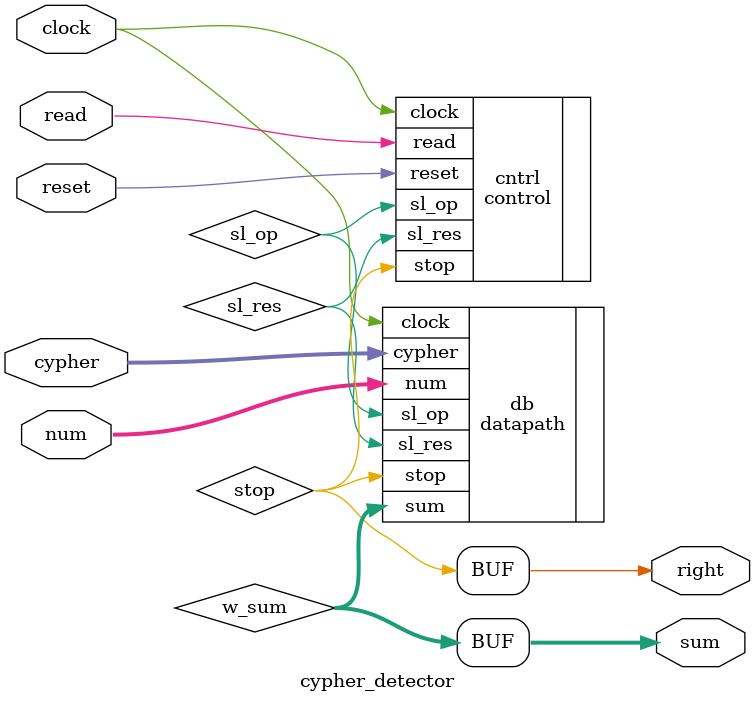
<source format=v>
module cypher_detector(

	input [15:0] cypher,
	input [3:0] num,
	input read,
	input clock,
	input reset,
	
	output [7:0] sum,
	output right
);

// signals between controller and datapath
wire sl_res, sl_op, stop;
wire [7:0] w_sum;

assign sum = w_sum;
assign right = stop;

datapath db(
	.sl_res(sl_res),
	.sl_op(sl_op),
	.clock(clock),
	.cypher(cypher),
	.num(num),
	.stop(stop),
	.sum(w_sum)
);

control cntrl(
	.read(read),
	.stop(stop),
	.reset(reset),
	.clock(clock),
	.sl_res(sl_res),
	.sl_op(sl_op)
);



endmodule


</source>
